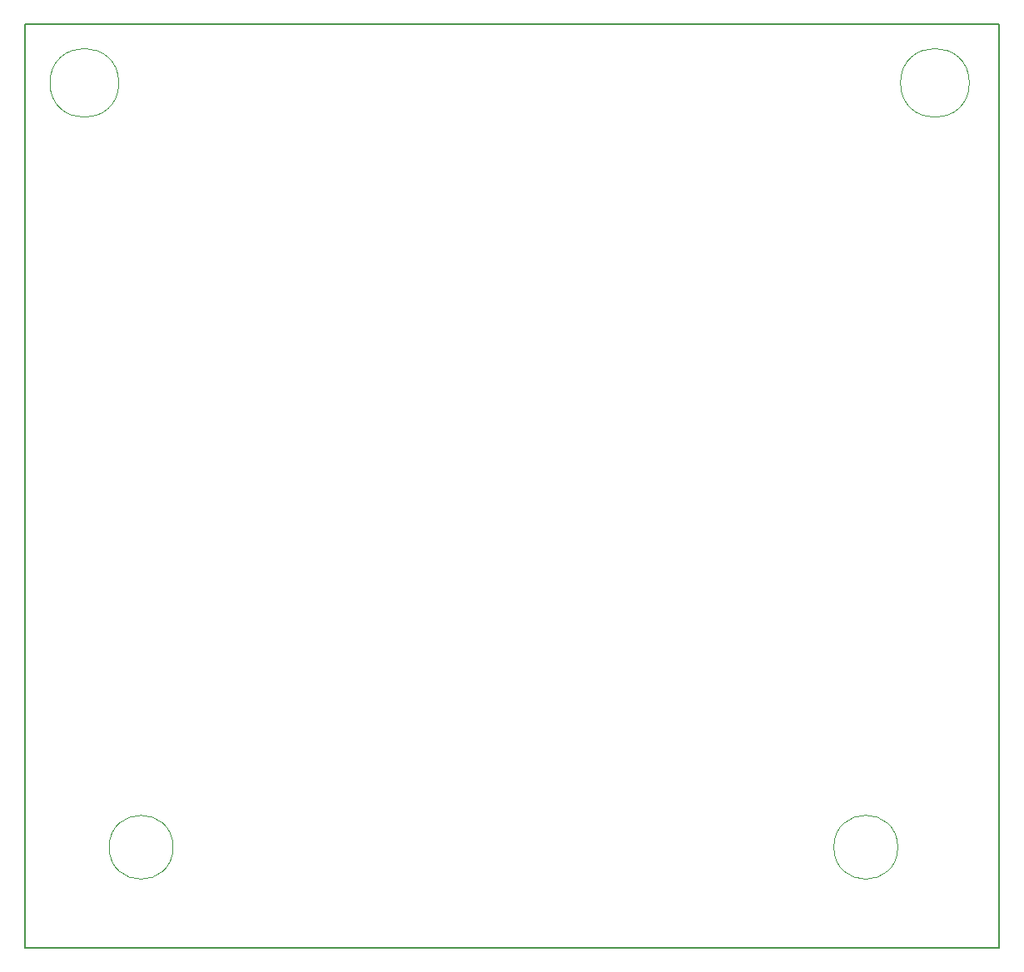
<source format=gbr>
%TF.GenerationSoftware,KiCad,Pcbnew,(5.0.2)-1*%
%TF.CreationDate,2020-07-27T22:04:26-06:00*%
%TF.ProjectId,power_interface,706f7765-725f-4696-9e74-657266616365,rev?*%
%TF.SameCoordinates,Original*%
%TF.FileFunction,Profile,NP*%
%FSLAX46Y46*%
G04 Gerber Fmt 4.6, Leading zero omitted, Abs format (unit mm)*
G04 Created by KiCad (PCBNEW (5.0.2)-1) date 7/27/2020 10:04:26 PM*
%MOMM*%
%LPD*%
G01*
G04 APERTURE LIST*
%ADD10C,0.020000*%
%ADD11C,0.200000*%
G04 APERTURE END LIST*
D10*
X193000028Y-59000000D02*
G75*
G03X193000028Y-59000000I-3500014J0D01*
G01*
X106500014Y-59000000D02*
G75*
G03X106500014Y-59000000I-3500014J0D01*
G01*
D11*
X196000000Y-53000000D02*
X196000000Y-147000000D01*
X97000000Y-53000000D02*
X196000000Y-53000000D01*
X97000000Y-147000000D02*
X97000000Y-53000000D01*
X196000000Y-147000000D02*
X97000000Y-147000000D01*
D10*
X112020000Y-136760000D02*
G75*
G03X112020000Y-136760000I-3250000J0D01*
G01*
X185720000Y-136760000D02*
G75*
G03X185720000Y-136760000I-3250000J0D01*
G01*
M02*

</source>
